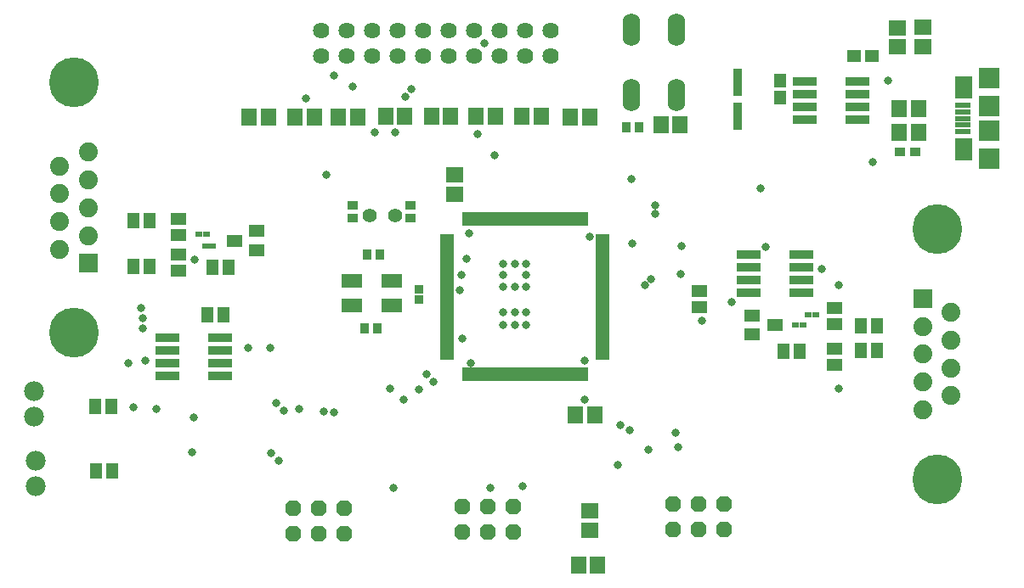
<source format=gts>
G04*
G04 #@! TF.GenerationSoftware,Altium Limited,Altium Designer,18.0.7 (293)*
G04*
G04 Layer_Color=8388736*
%FSLAX25Y25*%
%MOIN*%
G70*
G01*
G75*
%ADD40R,0.06000X0.06800*%
%ADD41R,0.06800X0.06000*%
%ADD42R,0.06400X0.04800*%
%ADD43R,0.04737X0.05918*%
%ADD44R,0.05918X0.04737*%
%ADD45R,0.02769X0.01981*%
%ADD46R,0.03600X0.04400*%
%ADD47R,0.04400X0.03600*%
%ADD48R,0.05500X0.02000*%
%ADD49R,0.02000X0.05500*%
%ADD50R,0.07900X0.05600*%
%ADD51R,0.05200X0.04800*%
%ADD52R,0.04800X0.05200*%
%ADD53R,0.04200X0.03600*%
%ADD54R,0.03600X0.03200*%
%ADD55R,0.09500X0.03200*%
%ADD56R,0.08300X0.08300*%
%ADD57R,0.08300X0.07900*%
%ADD58R,0.07100X0.09100*%
%ADD59R,0.06200X0.02400*%
%ADD60R,0.03800X0.10500*%
%ADD61C,0.07453*%
%ADD62R,0.07453X0.07453*%
%ADD63C,0.19540*%
%ADD64C,0.05600*%
%ADD65C,0.06400*%
%ADD66O,0.06800X0.12800*%
%ADD67C,0.07800*%
%ADD68P,0.06711X8X202.5*%
%ADD69C,0.03162*%
D40*
X219260Y185500D02*
D03*
X226800D02*
D03*
X207740Y186000D02*
D03*
X200200D02*
D03*
X189740D02*
D03*
X182200D02*
D03*
X164760D02*
D03*
X172300D02*
D03*
X154240D02*
D03*
X146700D02*
D03*
X135740Y185500D02*
D03*
X128200D02*
D03*
X93260D02*
D03*
X100800D02*
D03*
X111260D02*
D03*
X118800D02*
D03*
X229969Y9500D02*
D03*
X222429D02*
D03*
X262240Y182500D02*
D03*
X254700D02*
D03*
X221260Y68500D02*
D03*
X228800D02*
D03*
X355740Y189000D02*
D03*
X348200D02*
D03*
X355740Y179500D02*
D03*
X348200D02*
D03*
D41*
X227000Y30800D02*
D03*
Y23260D02*
D03*
X174000Y155290D02*
D03*
Y162830D02*
D03*
X357500Y213260D02*
D03*
Y220800D02*
D03*
X347500Y220740D02*
D03*
Y213200D02*
D03*
D42*
X290669Y107740D02*
D03*
Y100200D02*
D03*
X299400Y104000D02*
D03*
X96331Y133260D02*
D03*
Y140800D02*
D03*
X87600Y137000D02*
D03*
D43*
X309150Y93649D02*
D03*
X302850D02*
D03*
X333350Y103500D02*
D03*
X339650D02*
D03*
X83150Y108059D02*
D03*
X76850D02*
D03*
X54150Y145000D02*
D03*
X47850D02*
D03*
X339650Y94000D02*
D03*
X333350D02*
D03*
X47850Y127000D02*
D03*
X54150D02*
D03*
X39650Y46500D02*
D03*
X33350D02*
D03*
X85150Y126709D02*
D03*
X78850D02*
D03*
X32850Y72000D02*
D03*
X39150D02*
D03*
D44*
X323000Y88350D02*
D03*
Y94650D02*
D03*
X65500Y131650D02*
D03*
Y125350D02*
D03*
Y139350D02*
D03*
Y145650D02*
D03*
X270000Y117150D02*
D03*
Y110850D02*
D03*
X323000Y110650D02*
D03*
Y104350D02*
D03*
D45*
X76122Y135000D02*
D03*
X78878D02*
D03*
X76378Y139500D02*
D03*
X73622D02*
D03*
X315378Y108000D02*
D03*
X312622D02*
D03*
X307622Y104000D02*
D03*
X310378D02*
D03*
D46*
X144559Y131603D02*
D03*
X139400D02*
D03*
X138441Y102500D02*
D03*
X143600D02*
D03*
X246259Y181500D02*
D03*
X241100D02*
D03*
D47*
X156501Y151059D02*
D03*
Y145900D02*
D03*
X134000Y151059D02*
D03*
Y145900D02*
D03*
D48*
X170988Y138622D02*
D03*
Y136653D02*
D03*
Y134685D02*
D03*
Y132717D02*
D03*
Y130748D02*
D03*
Y128779D02*
D03*
Y126811D02*
D03*
Y124843D02*
D03*
Y122874D02*
D03*
Y120905D02*
D03*
Y118937D02*
D03*
Y116969D02*
D03*
Y115000D02*
D03*
Y113031D02*
D03*
Y111063D02*
D03*
Y109095D02*
D03*
Y107126D02*
D03*
Y105157D02*
D03*
Y103189D02*
D03*
Y101221D02*
D03*
Y99252D02*
D03*
Y97284D02*
D03*
Y95315D02*
D03*
Y93347D02*
D03*
Y91378D02*
D03*
X232012D02*
D03*
Y93347D02*
D03*
Y95315D02*
D03*
Y97284D02*
D03*
Y99252D02*
D03*
Y101221D02*
D03*
Y103189D02*
D03*
Y105157D02*
D03*
Y107126D02*
D03*
Y109095D02*
D03*
Y111063D02*
D03*
Y113031D02*
D03*
Y115000D02*
D03*
Y116969D02*
D03*
Y118937D02*
D03*
Y120905D02*
D03*
Y122874D02*
D03*
Y124843D02*
D03*
Y126811D02*
D03*
Y128779D02*
D03*
Y130748D02*
D03*
Y132717D02*
D03*
Y134685D02*
D03*
Y136653D02*
D03*
Y138622D02*
D03*
D49*
X177878Y84488D02*
D03*
X179847D02*
D03*
X181815D02*
D03*
X183783D02*
D03*
X185752D02*
D03*
X187721D02*
D03*
X189689D02*
D03*
X191657D02*
D03*
X193626D02*
D03*
X195595D02*
D03*
X197563D02*
D03*
X199531D02*
D03*
X201500D02*
D03*
X203468D02*
D03*
X205437D02*
D03*
X207405D02*
D03*
X209374D02*
D03*
X211343D02*
D03*
X213311D02*
D03*
X215280D02*
D03*
X217248D02*
D03*
X219216D02*
D03*
X221185D02*
D03*
X223153D02*
D03*
X225122D02*
D03*
Y145512D02*
D03*
X223153D02*
D03*
X221185D02*
D03*
X219216D02*
D03*
X217248D02*
D03*
X215280D02*
D03*
X213311D02*
D03*
X211343D02*
D03*
X209374D02*
D03*
X207405D02*
D03*
X205437D02*
D03*
X203468D02*
D03*
X201500D02*
D03*
X199531D02*
D03*
X197563D02*
D03*
X195595D02*
D03*
X193626D02*
D03*
X191657D02*
D03*
X189689D02*
D03*
X187721D02*
D03*
X185752D02*
D03*
X183783D02*
D03*
X181815D02*
D03*
X179847D02*
D03*
X177878D02*
D03*
D50*
X149112Y121100D02*
D03*
X133412D02*
D03*
X149112Y111600D02*
D03*
X133412D02*
D03*
D51*
X330654Y209500D02*
D03*
X337400D02*
D03*
D52*
X301500Y199846D02*
D03*
Y193100D02*
D03*
D53*
X354551Y172000D02*
D03*
X348400D02*
D03*
D54*
X160000Y114032D02*
D03*
Y118000D02*
D03*
D55*
X289200Y131500D02*
D03*
Y126500D02*
D03*
Y116500D02*
D03*
X309736Y131500D02*
D03*
Y126500D02*
D03*
Y116500D02*
D03*
X289200Y121500D02*
D03*
X309736D02*
D03*
X81800Y84000D02*
D03*
Y89000D02*
D03*
Y99000D02*
D03*
X61264Y84000D02*
D03*
Y89000D02*
D03*
Y99000D02*
D03*
X81800Y94000D02*
D03*
X61264D02*
D03*
X331800Y184500D02*
D03*
Y189500D02*
D03*
Y199500D02*
D03*
X311264Y184500D02*
D03*
Y189500D02*
D03*
Y199500D02*
D03*
X331800Y194500D02*
D03*
X311264D02*
D03*
D56*
X383689Y189800D02*
D03*
Y180276D02*
D03*
D57*
Y200800D02*
D03*
Y169252D02*
D03*
D58*
X373650Y197300D02*
D03*
Y172795D02*
D03*
D59*
X373177Y190200D02*
D03*
Y187600D02*
D03*
Y185000D02*
D03*
Y182480D02*
D03*
Y179882D02*
D03*
D60*
X285000Y185900D02*
D03*
Y199100D02*
D03*
D61*
X357508Y70689D02*
D03*
X368689Y76142D02*
D03*
X357508Y81595D02*
D03*
X368689Y87047D02*
D03*
X357508Y92500D02*
D03*
X368689Y97953D02*
D03*
X357508Y103405D02*
D03*
X368689Y108858D02*
D03*
X30097Y171811D02*
D03*
X18916Y166358D02*
D03*
X30097Y160906D02*
D03*
X18916Y155453D02*
D03*
X30097Y150000D02*
D03*
X18916Y144547D02*
D03*
X30097Y139094D02*
D03*
X18916Y133642D02*
D03*
D62*
X357508Y114311D02*
D03*
X30097Y128189D02*
D03*
D63*
X363098Y141693D02*
D03*
Y43307D02*
D03*
X24507Y100807D02*
D03*
Y199193D02*
D03*
D64*
X150500Y147000D02*
D03*
X140500D02*
D03*
D65*
X121500Y209500D02*
D03*
Y219500D02*
D03*
X131500Y209500D02*
D03*
Y219500D02*
D03*
X141500Y209500D02*
D03*
Y219500D02*
D03*
X151500Y209500D02*
D03*
Y219500D02*
D03*
X161500Y209500D02*
D03*
Y219500D02*
D03*
X171500Y209500D02*
D03*
Y219500D02*
D03*
X181500Y209500D02*
D03*
Y219500D02*
D03*
X191500Y209500D02*
D03*
Y219500D02*
D03*
X201500Y209500D02*
D03*
Y219500D02*
D03*
X211500Y209500D02*
D03*
Y219500D02*
D03*
D66*
X243100Y194200D02*
D03*
X260900D02*
D03*
X243100Y219800D02*
D03*
X260900D02*
D03*
D67*
X9500Y50499D02*
D03*
Y40499D02*
D03*
X9000Y78000D02*
D03*
Y68000D02*
D03*
D68*
X259500Y23500D02*
D03*
Y33500D02*
D03*
X269500Y23500D02*
D03*
Y33500D02*
D03*
X279500Y23500D02*
D03*
Y33500D02*
D03*
X177000Y22500D02*
D03*
Y32500D02*
D03*
X187000Y22500D02*
D03*
Y32500D02*
D03*
X197000Y22500D02*
D03*
Y32500D02*
D03*
X110500Y22000D02*
D03*
Y32000D02*
D03*
X120500Y22000D02*
D03*
Y32000D02*
D03*
X130500Y22000D02*
D03*
Y32000D02*
D03*
D69*
X193000Y104000D02*
D03*
X197500D02*
D03*
X202000D02*
D03*
Y109000D02*
D03*
X197500D02*
D03*
X193000D02*
D03*
X202000Y119000D02*
D03*
X197500D02*
D03*
X193000D02*
D03*
X202000Y123500D02*
D03*
X193000D02*
D03*
X202000Y128000D02*
D03*
X197500D02*
D03*
X193000D02*
D03*
X157000Y196500D02*
D03*
X154500Y193500D02*
D03*
X51000Y110500D02*
D03*
X51500Y106500D02*
D03*
Y102500D02*
D03*
X72000Y129500D02*
D03*
X165500Y81500D02*
D03*
X163000Y84500D02*
D03*
X225000Y74500D02*
D03*
X176500Y123500D02*
D03*
X318000Y126000D02*
D03*
X185500Y214500D02*
D03*
X134000Y197500D02*
D03*
X123500Y163000D02*
D03*
X225000Y90000D02*
D03*
X242500Y62500D02*
D03*
X260500Y61500D02*
D03*
X262500Y124000D02*
D03*
X263000Y135000D02*
D03*
X261500Y56000D02*
D03*
X250000Y55000D02*
D03*
X200500Y40500D02*
D03*
X188000Y40000D02*
D03*
X150000D02*
D03*
X148500Y79000D02*
D03*
X243500Y136000D02*
D03*
X243216Y161284D02*
D03*
X294000Y157500D02*
D03*
X296000Y134500D02*
D03*
X57000Y71000D02*
D03*
X46000Y89000D02*
D03*
X52500Y90000D02*
D03*
X238000Y49000D02*
D03*
X239000Y64500D02*
D03*
X160000Y78500D02*
D03*
X154000Y74500D02*
D03*
X122500Y70000D02*
D03*
X126500Y69500D02*
D03*
X113000Y71000D02*
D03*
X178500Y130000D02*
D03*
X344000Y200000D02*
D03*
X338000Y168000D02*
D03*
X324500Y79000D02*
D03*
Y119500D02*
D03*
X189500Y170500D02*
D03*
X252500Y150862D02*
D03*
Y147500D02*
D03*
X250814Y121814D02*
D03*
X248436Y119436D02*
D03*
X227000Y138500D02*
D03*
X179500Y140000D02*
D03*
X176000Y117500D02*
D03*
X177000Y98500D02*
D03*
X180311Y89019D02*
D03*
X102000Y53500D02*
D03*
X105000Y50500D02*
D03*
X103750Y73250D02*
D03*
X106750Y70250D02*
D03*
X183000Y179000D02*
D03*
X71500Y67500D02*
D03*
X71000Y54000D02*
D03*
X48000Y71500D02*
D03*
X271000Y105500D02*
D03*
X282500Y113000D02*
D03*
X93000Y95000D02*
D03*
X101500D02*
D03*
X150500Y179500D02*
D03*
X142500D02*
D03*
X115500Y193000D02*
D03*
X126500Y202000D02*
D03*
M02*

</source>
